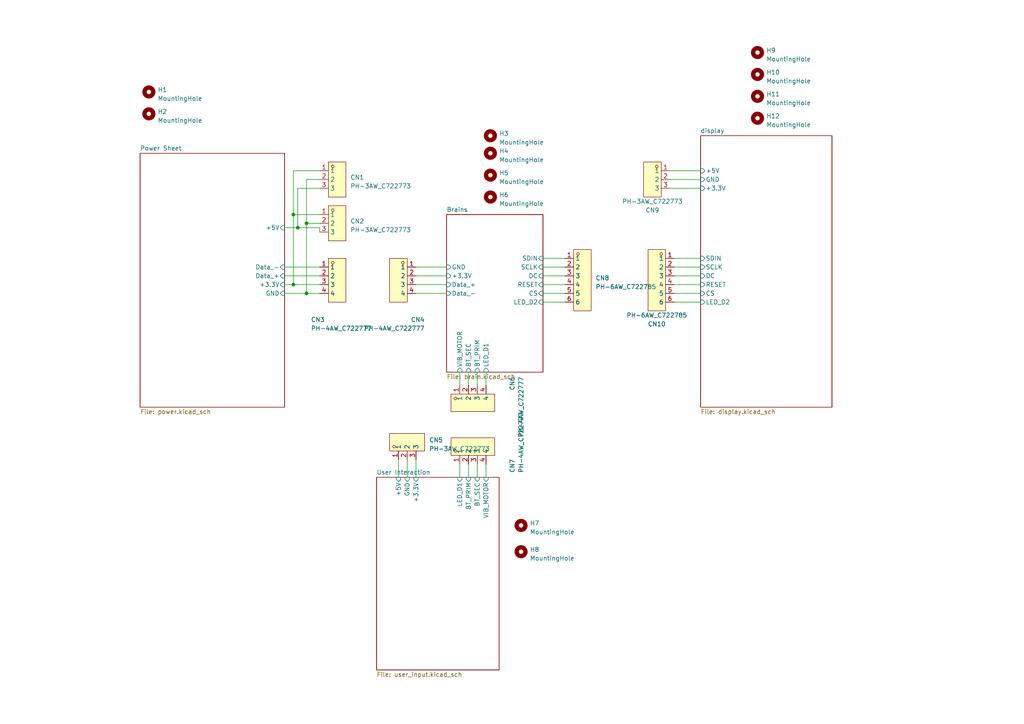
<source format=kicad_sch>
(kicad_sch (version 20230121) (generator eeschema)

  (uuid df0bc267-025e-4c4e-a09b-51ff87d0c1db)

  (paper "A4")

  (lib_symbols
    (symbol "Mechanical:MountingHole" (pin_names (offset 1.016)) (in_bom yes) (on_board yes)
      (property "Reference" "H" (at 0 5.08 0)
        (effects (font (size 1.27 1.27)))
      )
      (property "Value" "MountingHole" (at 0 3.175 0)
        (effects (font (size 1.27 1.27)))
      )
      (property "Footprint" "" (at 0 0 0)
        (effects (font (size 1.27 1.27)) hide)
      )
      (property "Datasheet" "~" (at 0 0 0)
        (effects (font (size 1.27 1.27)) hide)
      )
      (property "ki_keywords" "mounting hole" (at 0 0 0)
        (effects (font (size 1.27 1.27)) hide)
      )
      (property "ki_description" "Mounting Hole without connection" (at 0 0 0)
        (effects (font (size 1.27 1.27)) hide)
      )
      (property "ki_fp_filters" "MountingHole*" (at 0 0 0)
        (effects (font (size 1.27 1.27)) hide)
      )
      (symbol "MountingHole_0_1"
        (circle (center 0 0) (radius 1.27)
          (stroke (width 1.27) (type default))
          (fill (type none))
        )
      )
    )
    (symbol "global:PH-3AW_C722773" (in_bom yes) (on_board yes)
      (property "Reference" "CN" (at 0 7.62 0)
        (effects (font (size 1.27 1.27)))
      )
      (property "Value" "PH-3AW_C722773" (at 0 -7.62 0)
        (effects (font (size 1.27 1.27)))
      )
      (property "Footprint" "global:CONN-TH_PH-3AW" (at 0 -10.16 0)
        (effects (font (size 1.27 1.27)) hide)
      )
      (property "Datasheet" "https://lcsc.com/product-detail/Wire-To-Board-Wire-To-Wire-Connector_CAX-PH-3AW_C722773.html" (at 0 -12.7 0)
        (effects (font (size 1.27 1.27)) hide)
      )
      (property "LCSC Part" "C722773" (at 0 -15.24 0)
        (effects (font (size 1.27 1.27)) hide)
      )
      (symbol "PH-3AW_C722773_0_1"
        (rectangle (start -2.54 5.08) (end 2.54 -5.08)
          (stroke (width 0) (type default))
          (fill (type background))
        )
        (circle (center -1.27 3.81) (radius 0.38)
          (stroke (width 0) (type default))
          (fill (type none))
        )
        (pin unspecified line (at -5.08 2.54 0) (length 2.54)
          (name "1" (effects (font (size 1.27 1.27))))
          (number "1" (effects (font (size 1.27 1.27))))
        )
        (pin unspecified line (at -5.08 0 0) (length 2.54)
          (name "2" (effects (font (size 1.27 1.27))))
          (number "2" (effects (font (size 1.27 1.27))))
        )
        (pin unspecified line (at -5.08 -2.54 0) (length 2.54)
          (name "3" (effects (font (size 1.27 1.27))))
          (number "3" (effects (font (size 1.27 1.27))))
        )
      )
    )
    (symbol "global:PH-4AW_C722777" (in_bom yes) (on_board yes)
      (property "Reference" "CN" (at 0 8.89 0)
        (effects (font (size 1.27 1.27)))
      )
      (property "Value" "PH-4AW_C722777" (at 0 -8.89 0)
        (effects (font (size 1.27 1.27)))
      )
      (property "Footprint" "global:CONN-TH_PH-4AW_C722777" (at 0 -11.43 0)
        (effects (font (size 1.27 1.27)) hide)
      )
      (property "Datasheet" "https://lcsc.com/product-detail/Wire-To-Board-Wire-To-Wire-Connector_CAX-PH-4AW_C722777.html" (at 0 -13.97 0)
        (effects (font (size 1.27 1.27)) hide)
      )
      (property "LCSC Part" "C722777" (at 0 -16.51 0)
        (effects (font (size 1.27 1.27)) hide)
      )
      (symbol "PH-4AW_C722777_0_1"
        (rectangle (start -2.54 6.35) (end 2.54 -6.35)
          (stroke (width 0) (type default))
          (fill (type background))
        )
        (circle (center -1.27 5.08) (radius 0.38)
          (stroke (width 0) (type default))
          (fill (type none))
        )
        (pin unspecified line (at -5.08 3.81 0) (length 2.54)
          (name "1" (effects (font (size 1.27 1.27))))
          (number "1" (effects (font (size 1.27 1.27))))
        )
        (pin unspecified line (at -5.08 1.27 0) (length 2.54)
          (name "2" (effects (font (size 1.27 1.27))))
          (number "2" (effects (font (size 1.27 1.27))))
        )
        (pin unspecified line (at -5.08 -1.27 0) (length 2.54)
          (name "3" (effects (font (size 1.27 1.27))))
          (number "3" (effects (font (size 1.27 1.27))))
        )
        (pin unspecified line (at -5.08 -3.81 0) (length 2.54)
          (name "4" (effects (font (size 1.27 1.27))))
          (number "4" (effects (font (size 1.27 1.27))))
        )
      )
    )
    (symbol "global:PH-6AW_C722785" (in_bom yes) (on_board yes)
      (property "Reference" "CN" (at 0 11.43 0)
        (effects (font (size 1.27 1.27)))
      )
      (property "Value" "PH-6AW_C722785" (at 0 -11.43 0)
        (effects (font (size 1.27 1.27)))
      )
      (property "Footprint" "global:CONN-TH_PH-6AW" (at 0 -13.97 0)
        (effects (font (size 1.27 1.27)) hide)
      )
      (property "Datasheet" "https://lcsc.com/product-detail/Wire-To-Board-Wire-To-Wire-Connector_CAX-PH-6AW_C722785.html" (at 0 -16.51 0)
        (effects (font (size 1.27 1.27)) hide)
      )
      (property "LCSC Part" "C722785" (at 0 -19.05 0)
        (effects (font (size 1.27 1.27)) hide)
      )
      (symbol "PH-6AW_C722785_0_1"
        (rectangle (start -2.54 8.89) (end 2.54 -8.89)
          (stroke (width 0) (type default))
          (fill (type background))
        )
        (circle (center -1.27 7.62) (radius 0.38)
          (stroke (width 0) (type default))
          (fill (type none))
        )
        (pin unspecified line (at -5.08 6.35 0) (length 2.54)
          (name "1" (effects (font (size 1.27 1.27))))
          (number "1" (effects (font (size 1.27 1.27))))
        )
        (pin unspecified line (at -5.08 3.81 0) (length 2.54)
          (name "2" (effects (font (size 1.27 1.27))))
          (number "2" (effects (font (size 1.27 1.27))))
        )
        (pin unspecified line (at -5.08 1.27 0) (length 2.54)
          (name "3" (effects (font (size 1.27 1.27))))
          (number "3" (effects (font (size 1.27 1.27))))
        )
        (pin unspecified line (at -5.08 -1.27 0) (length 2.54)
          (name "4" (effects (font (size 1.27 1.27))))
          (number "4" (effects (font (size 1.27 1.27))))
        )
        (pin unspecified line (at -5.08 -3.81 0) (length 2.54)
          (name "5" (effects (font (size 1.27 1.27))))
          (number "5" (effects (font (size 1.27 1.27))))
        )
        (pin unspecified line (at -5.08 -6.35 0) (length 2.54)
          (name "6" (effects (font (size 1.27 1.27))))
          (number "6" (effects (font (size 1.27 1.27))))
        )
      )
    )
  )

  (junction (at 88.9 85.09) (diameter 0) (color 0 0 0 0)
    (uuid 2d974138-98fb-4029-9cf7-9c4b3ccde168)
  )
  (junction (at 88.9 64.77) (diameter 0) (color 0 0 0 0)
    (uuid 694fa90a-82b5-49db-90b5-c655d8e55a43)
  )
  (junction (at 85.09 82.55) (diameter 0) (color 0 0 0 0)
    (uuid 8f404075-8e24-4f47-99ec-960e3751c9c5)
  )
  (junction (at 86.36 66.04) (diameter 0) (color 0 0 0 0)
    (uuid 9f722823-51e3-4027-b408-b54fa128f2d1)
  )
  (junction (at 85.09 62.23) (diameter 0) (color 0 0 0 0)
    (uuid ea739690-548e-4e6b-9699-a5a85ece1292)
  )

  (wire (pts (xy 195.58 82.55) (xy 203.2 82.55))
    (stroke (width 0) (type default))
    (uuid 022884b8-973b-442a-81f8-182c2f1afde1)
  )
  (wire (pts (xy 120.65 133.35) (xy 120.65 138.43))
    (stroke (width 0) (type default))
    (uuid 0b5d6cf5-1311-4c06-81d1-8588f6215a12)
  )
  (wire (pts (xy 82.55 82.55) (xy 85.09 82.55))
    (stroke (width 0) (type default))
    (uuid 1314bd8a-83b2-46cd-a3b1-587732a000e5)
  )
  (wire (pts (xy 88.9 64.77) (xy 92.71 64.77))
    (stroke (width 0) (type default))
    (uuid 138f4183-d5bf-40ec-8937-6ba92111a8c0)
  )
  (wire (pts (xy 88.9 64.77) (xy 88.9 52.07))
    (stroke (width 0) (type default))
    (uuid 1537e1dc-f093-440d-ac90-ea018e7ba69c)
  )
  (wire (pts (xy 85.09 62.23) (xy 92.71 62.23))
    (stroke (width 0) (type default))
    (uuid 2be5a955-ba71-48c6-8340-c24fa21758a4)
  )
  (wire (pts (xy 138.43 134.62) (xy 138.43 138.43))
    (stroke (width 0) (type default))
    (uuid 32ba96ea-a845-43c0-9a89-69eb7b6a476e)
  )
  (wire (pts (xy 118.11 133.35) (xy 118.11 138.43))
    (stroke (width 0) (type default))
    (uuid 387d2922-1661-4ba5-947f-3a2efbbedb57)
  )
  (wire (pts (xy 157.48 74.93) (xy 163.83 74.93))
    (stroke (width 0) (type default))
    (uuid 3d9a8376-e5dd-44da-a4e5-b6ed5e63d35e)
  )
  (wire (pts (xy 82.55 80.01) (xy 92.71 80.01))
    (stroke (width 0) (type default))
    (uuid 48263b9b-fd51-4705-a1b3-98467c2be4be)
  )
  (wire (pts (xy 133.35 107.95) (xy 133.35 111.76))
    (stroke (width 0) (type default))
    (uuid 52445024-f744-4e8a-b745-448fd5393a03)
  )
  (wire (pts (xy 85.09 49.53) (xy 92.71 49.53))
    (stroke (width 0) (type default))
    (uuid 54b23b51-ccc3-4601-9c9c-95e6ba72cc37)
  )
  (wire (pts (xy 88.9 64.77) (xy 88.9 85.09))
    (stroke (width 0) (type default))
    (uuid 5528294b-d496-4c60-ace8-dc3953f4630c)
  )
  (wire (pts (xy 135.89 107.95) (xy 135.89 111.76))
    (stroke (width 0) (type default))
    (uuid 56907fd2-404b-48af-b4e9-e28d88a52e09)
  )
  (wire (pts (xy 157.48 87.63) (xy 163.83 87.63))
    (stroke (width 0) (type default))
    (uuid 5b7aa62d-d8a2-495a-b88d-b24c92e7a0c5)
  )
  (wire (pts (xy 82.55 66.04) (xy 86.36 66.04))
    (stroke (width 0) (type default))
    (uuid 5b9a375a-15af-4546-8d8a-56aaea19c3ba)
  )
  (wire (pts (xy 92.71 66.04) (xy 92.71 67.31))
    (stroke (width 0) (type default))
    (uuid 60fe0c62-c766-48d4-8228-1c5bcb893be3)
  )
  (wire (pts (xy 195.58 74.93) (xy 203.2 74.93))
    (stroke (width 0) (type default))
    (uuid 68f39e71-5c82-453a-9727-5fb81cee929a)
  )
  (wire (pts (xy 157.48 77.47) (xy 163.83 77.47))
    (stroke (width 0) (type default))
    (uuid 696e7086-e0b0-4ed7-ba06-1217d431fbe5)
  )
  (wire (pts (xy 133.35 134.62) (xy 133.35 138.43))
    (stroke (width 0) (type default))
    (uuid 6c440c80-f77e-45ff-a679-98dd750e9ca6)
  )
  (wire (pts (xy 120.65 77.47) (xy 129.54 77.47))
    (stroke (width 0) (type default))
    (uuid 6d2f7c0f-542d-4f7a-b77e-d4780457615e)
  )
  (wire (pts (xy 120.65 82.55) (xy 129.54 82.55))
    (stroke (width 0) (type default))
    (uuid 72591673-41ab-49a5-a530-2d10d980d4b0)
  )
  (wire (pts (xy 135.89 134.62) (xy 135.89 138.43))
    (stroke (width 0) (type default))
    (uuid 76d1ad03-e67c-438f-aea4-250a99a6f573)
  )
  (wire (pts (xy 120.65 80.01) (xy 129.54 80.01))
    (stroke (width 0) (type default))
    (uuid 78aca08b-76bd-492b-b9ec-4371b0993e9d)
  )
  (wire (pts (xy 85.09 82.55) (xy 85.09 62.23))
    (stroke (width 0) (type default))
    (uuid 7f76bdcb-0255-4067-b39e-7475343e28c7)
  )
  (wire (pts (xy 82.55 85.09) (xy 88.9 85.09))
    (stroke (width 0) (type default))
    (uuid 8038f775-42a2-49a2-9be1-513d80043dd3)
  )
  (wire (pts (xy 194.31 52.07) (xy 203.2 52.07))
    (stroke (width 0) (type default))
    (uuid 8532af7f-3d1b-4eeb-b734-0121a5be4e14)
  )
  (wire (pts (xy 88.9 85.09) (xy 92.71 85.09))
    (stroke (width 0) (type default))
    (uuid 89a862cf-3aaa-4c4c-97e3-a35b09729a90)
  )
  (wire (pts (xy 138.43 107.95) (xy 138.43 111.76))
    (stroke (width 0) (type default))
    (uuid 8b9c6206-6f2b-452d-bb45-4d53bc84006a)
  )
  (wire (pts (xy 86.36 54.61) (xy 92.71 54.61))
    (stroke (width 0) (type default))
    (uuid 8ed79a6d-8951-4a07-b119-aed27dc921bb)
  )
  (wire (pts (xy 140.97 134.62) (xy 140.97 138.43))
    (stroke (width 0) (type default))
    (uuid 90120131-e28e-4cb2-bc27-1d26a8ba2ac5)
  )
  (wire (pts (xy 195.58 77.47) (xy 203.2 77.47))
    (stroke (width 0) (type default))
    (uuid 94b1c882-ce24-4d2b-a3f5-21dee1ec734e)
  )
  (wire (pts (xy 86.36 66.04) (xy 86.36 54.61))
    (stroke (width 0) (type default))
    (uuid 9b96d724-1490-4016-a770-e57eae4421dd)
  )
  (wire (pts (xy 88.9 52.07) (xy 92.71 52.07))
    (stroke (width 0) (type default))
    (uuid a5ce8c22-3542-423b-9701-b1a4b3265f5f)
  )
  (wire (pts (xy 115.57 133.35) (xy 115.57 138.43))
    (stroke (width 0) (type default))
    (uuid c3e18d66-7cbf-414c-bc2a-aaaa304b1b5e)
  )
  (wire (pts (xy 157.48 80.01) (xy 163.83 80.01))
    (stroke (width 0) (type default))
    (uuid c4fe2c1b-9712-4bcf-81fb-f67367f5f4a2)
  )
  (wire (pts (xy 157.48 85.09) (xy 163.83 85.09))
    (stroke (width 0) (type default))
    (uuid c7dc8986-ddab-4f58-951f-cd5247b1e385)
  )
  (wire (pts (xy 195.58 87.63) (xy 203.2 87.63))
    (stroke (width 0) (type default))
    (uuid ccdddeae-cc7c-4010-8a04-0e54d0c7ffb9)
  )
  (wire (pts (xy 194.31 49.53) (xy 203.2 49.53))
    (stroke (width 0) (type default))
    (uuid ce6fa21c-521c-4b50-aee7-d7c00d82c1de)
  )
  (wire (pts (xy 195.58 80.01) (xy 203.2 80.01))
    (stroke (width 0) (type default))
    (uuid d4d3cc0f-17cf-4eff-9e40-6d4987cbcdab)
  )
  (wire (pts (xy 86.36 66.04) (xy 92.71 66.04))
    (stroke (width 0) (type default))
    (uuid d715fc26-13ac-4c83-af26-688a94dc6351)
  )
  (wire (pts (xy 157.48 82.55) (xy 163.83 82.55))
    (stroke (width 0) (type default))
    (uuid d8ad96b8-e630-41b7-aae7-aab2a3a79eb5)
  )
  (wire (pts (xy 194.31 54.61) (xy 203.2 54.61))
    (stroke (width 0) (type default))
    (uuid d9277107-1fca-4a06-88ff-a1c46346e539)
  )
  (wire (pts (xy 120.65 85.09) (xy 129.54 85.09))
    (stroke (width 0) (type default))
    (uuid db4a9e17-d32b-437c-9acb-60a465fbb8a1)
  )
  (wire (pts (xy 85.09 82.55) (xy 92.71 82.55))
    (stroke (width 0) (type default))
    (uuid de412632-7539-46cb-80ce-347998dc40bf)
  )
  (wire (pts (xy 140.97 107.95) (xy 140.97 111.76))
    (stroke (width 0) (type default))
    (uuid e03df7ee-3133-455f-8841-4bd2fcbc16df)
  )
  (wire (pts (xy 195.58 85.09) (xy 203.2 85.09))
    (stroke (width 0) (type default))
    (uuid ecb44592-13db-442c-9c21-6a9c708a12fc)
  )
  (wire (pts (xy 85.09 62.23) (xy 85.09 49.53))
    (stroke (width 0) (type default))
    (uuid f77e497f-94f5-44f4-a817-9cdad5e5d21a)
  )
  (wire (pts (xy 82.55 77.47) (xy 92.71 77.47))
    (stroke (width 0) (type default))
    (uuid fdc7d620-ef31-44d2-ba3a-f4b2d502ac69)
  )

  (symbol (lib_id "global:PH-3AW_C722773") (at 189.23 52.07 0) (mirror y) (unit 1)
    (in_bom yes) (on_board yes) (dnp no)
    (uuid 1635531a-c2a1-4bf6-b22e-3c8533ea6247)
    (property "Reference" "CN9" (at 189.23 60.96 0)
      (effects (font (size 1.27 1.27)))
    )
    (property "Value" "PH-3AW_C722773" (at 189.23 58.42 0)
      (effects (font (size 1.27 1.27)))
    )
    (property "Footprint" "global:CONN-TH_PH-3AW" (at 189.23 62.23 0)
      (effects (font (size 1.27 1.27)) hide)
    )
    (property "Datasheet" "https://lcsc.com/product-detail/Wire-To-Board-Wire-To-Wire-Connector_CAX-PH-3AW_C722773.html" (at 189.23 64.77 0)
      (effects (font (size 1.27 1.27)) hide)
    )
    (property "LCSC Part" "C722773" (at 189.23 67.31 0)
      (effects (font (size 1.27 1.27)) hide)
    )
    (pin "1" (uuid c297f316-fe76-4fb0-85e3-e7fb528844ab))
    (pin "2" (uuid 55a7a670-aeeb-46d9-932c-05e17cc0a06c))
    (pin "3" (uuid 2730603d-fec9-44d6-a5cd-c1d136c8e9e0))
    (instances
      (project "PDN"
        (path "/df0bc267-025e-4c4e-a09b-51ff87d0c1db"
          (reference "CN9") (unit 1)
        )
      )
    )
  )

  (symbol (lib_id "Mechanical:MountingHole") (at 43.18 26.67 0) (unit 1)
    (in_bom yes) (on_board yes) (dnp no) (fields_autoplaced)
    (uuid 191377fa-f371-4bfc-9f87-ba285a389def)
    (property "Reference" "H1" (at 45.72 26.035 0)
      (effects (font (size 1.27 1.27)) (justify left))
    )
    (property "Value" "MountingHole" (at 45.72 28.575 0)
      (effects (font (size 1.27 1.27)) (justify left))
    )
    (property "Footprint" "MountingHole:MountingHole_2.2mm_M2_Pad_TopBottom" (at 43.18 26.67 0)
      (effects (font (size 1.27 1.27)) hide)
    )
    (property "Datasheet" "~" (at 43.18 26.67 0)
      (effects (font (size 1.27 1.27)) hide)
    )
    (instances
      (project "PDN"
        (path "/df0bc267-025e-4c4e-a09b-51ff87d0c1db"
          (reference "H1") (unit 1)
        )
      )
    )
  )

  (symbol (lib_id "global:PH-3AW_C722773") (at 97.79 52.07 0) (unit 1)
    (in_bom yes) (on_board yes) (dnp no) (fields_autoplaced)
    (uuid 1a903336-3b55-48e4-b5fc-6bd53233a8d2)
    (property "Reference" "CN1" (at 101.6 51.435 0)
      (effects (font (size 1.27 1.27)) (justify left))
    )
    (property "Value" "PH-3AW_C722773" (at 101.6 53.975 0)
      (effects (font (size 1.27 1.27)) (justify left))
    )
    (property "Footprint" "global:CONN-TH_PH-3AW" (at 97.79 62.23 0)
      (effects (font (size 1.27 1.27)) hide)
    )
    (property "Datasheet" "https://lcsc.com/product-detail/Wire-To-Board-Wire-To-Wire-Connector_CAX-PH-3AW_C722773.html" (at 97.79 64.77 0)
      (effects (font (size 1.27 1.27)) hide)
    )
    (property "LCSC Part" "C722773" (at 97.79 67.31 0)
      (effects (font (size 1.27 1.27)) hide)
    )
    (pin "1" (uuid 044f3ed1-d96c-4e63-8785-7e87a91260ba))
    (pin "2" (uuid 2e9a19e7-cc2e-4620-b1b6-f0576df0c6a2))
    (pin "3" (uuid 633d6c4b-5f44-4908-9ea2-def5a534094c))
    (instances
      (project "PDN"
        (path "/df0bc267-025e-4c4e-a09b-51ff87d0c1db"
          (reference "CN1") (unit 1)
        )
      )
    )
  )

  (symbol (lib_id "Mechanical:MountingHole") (at 219.71 21.59 0) (unit 1)
    (in_bom yes) (on_board yes) (dnp no) (fields_autoplaced)
    (uuid 247f9286-0982-4745-b2a9-1bb7f4653653)
    (property "Reference" "H10" (at 222.25 20.955 0)
      (effects (font (size 1.27 1.27)) (justify left))
    )
    (property "Value" "MountingHole" (at 222.25 23.495 0)
      (effects (font (size 1.27 1.27)) (justify left))
    )
    (property "Footprint" "MountingHole:MountingHole_2.2mm_M2_Pad_TopBottom" (at 219.71 21.59 0)
      (effects (font (size 1.27 1.27)) hide)
    )
    (property "Datasheet" "~" (at 219.71 21.59 0)
      (effects (font (size 1.27 1.27)) hide)
    )
    (instances
      (project "PDN"
        (path "/df0bc267-025e-4c4e-a09b-51ff87d0c1db"
          (reference "H10") (unit 1)
        )
      )
    )
  )

  (symbol (lib_id "global:PH-4AW_C722777") (at 115.57 81.28 0) (mirror y) (unit 1)
    (in_bom yes) (on_board yes) (dnp no)
    (uuid 3656c151-5c3e-46de-b91e-d0cbdc674a77)
    (property "Reference" "CN4" (at 123.19 92.71 0)
      (effects (font (size 1.27 1.27)) (justify left))
    )
    (property "Value" "PH-4AW_C722777" (at 123.19 95.25 0)
      (effects (font (size 1.27 1.27)) (justify left))
    )
    (property "Footprint" "global:CONN-TH_PH-4AW_C722777" (at 115.57 92.71 0)
      (effects (font (size 1.27 1.27)) hide)
    )
    (property "Datasheet" "https://lcsc.com/product-detail/Wire-To-Board-Wire-To-Wire-Connector_CAX-PH-4AW_C722777.html" (at 115.57 95.25 0)
      (effects (font (size 1.27 1.27)) hide)
    )
    (property "LCSC Part" "C722777" (at 115.57 97.79 0)
      (effects (font (size 1.27 1.27)) hide)
    )
    (pin "1" (uuid d4ac7f75-7043-480d-9f2c-7a0425e4a85a))
    (pin "2" (uuid 0677ac1d-fcd9-40d6-a447-7c5a6370cdbf))
    (pin "3" (uuid dca566df-c9d5-4d75-be84-4788f95e8334))
    (pin "4" (uuid 4be4cbfe-4ca0-4248-9284-d328c523c516))
    (instances
      (project "PDN"
        (path "/df0bc267-025e-4c4e-a09b-51ff87d0c1db"
          (reference "CN4") (unit 1)
        )
      )
    )
  )

  (symbol (lib_id "Mechanical:MountingHole") (at 151.13 152.4 0) (unit 1)
    (in_bom yes) (on_board yes) (dnp no) (fields_autoplaced)
    (uuid 3b32b429-b5d4-42ab-b50c-60198c75d203)
    (property "Reference" "H7" (at 153.67 151.765 0)
      (effects (font (size 1.27 1.27)) (justify left))
    )
    (property "Value" "MountingHole" (at 153.67 154.305 0)
      (effects (font (size 1.27 1.27)) (justify left))
    )
    (property "Footprint" "MountingHole:MountingHole_2.2mm_M2_Pad_TopBottom" (at 151.13 152.4 0)
      (effects (font (size 1.27 1.27)) hide)
    )
    (property "Datasheet" "~" (at 151.13 152.4 0)
      (effects (font (size 1.27 1.27)) hide)
    )
    (instances
      (project "PDN"
        (path "/df0bc267-025e-4c4e-a09b-51ff87d0c1db"
          (reference "H7") (unit 1)
        )
      )
    )
  )

  (symbol (lib_id "Mechanical:MountingHole") (at 151.13 160.02 0) (unit 1)
    (in_bom yes) (on_board yes) (dnp no) (fields_autoplaced)
    (uuid 3f7edcfc-00cc-4359-9e5a-4d791986eb60)
    (property "Reference" "H8" (at 153.67 159.385 0)
      (effects (font (size 1.27 1.27)) (justify left))
    )
    (property "Value" "MountingHole" (at 153.67 161.925 0)
      (effects (font (size 1.27 1.27)) (justify left))
    )
    (property "Footprint" "MountingHole:MountingHole_2.2mm_M2_Pad_TopBottom" (at 151.13 160.02 0)
      (effects (font (size 1.27 1.27)) hide)
    )
    (property "Datasheet" "~" (at 151.13 160.02 0)
      (effects (font (size 1.27 1.27)) hide)
    )
    (instances
      (project "PDN"
        (path "/df0bc267-025e-4c4e-a09b-51ff87d0c1db"
          (reference "H8") (unit 1)
        )
      )
    )
  )

  (symbol (lib_id "Mechanical:MountingHole") (at 219.71 34.29 0) (unit 1)
    (in_bom yes) (on_board yes) (dnp no) (fields_autoplaced)
    (uuid 528111e7-abd3-40ce-ac84-ae6e787f9ec4)
    (property "Reference" "H12" (at 222.25 33.655 0)
      (effects (font (size 1.27 1.27)) (justify left))
    )
    (property "Value" "MountingHole" (at 222.25 36.195 0)
      (effects (font (size 1.27 1.27)) (justify left))
    )
    (property "Footprint" "MountingHole:MountingHole_2.2mm_M2_Pad_TopBottom" (at 219.71 34.29 0)
      (effects (font (size 1.27 1.27)) hide)
    )
    (property "Datasheet" "~" (at 219.71 34.29 0)
      (effects (font (size 1.27 1.27)) hide)
    )
    (instances
      (project "PDN"
        (path "/df0bc267-025e-4c4e-a09b-51ff87d0c1db"
          (reference "H12") (unit 1)
        )
      )
    )
  )

  (symbol (lib_id "global:PH-3AW_C722773") (at 97.79 64.77 0) (unit 1)
    (in_bom yes) (on_board yes) (dnp no) (fields_autoplaced)
    (uuid 6905b6cd-689f-4dac-a42a-0bd0a5f1759b)
    (property "Reference" "CN2" (at 101.6 64.135 0)
      (effects (font (size 1.27 1.27)) (justify left))
    )
    (property "Value" "PH-3AW_C722773" (at 101.6 66.675 0)
      (effects (font (size 1.27 1.27)) (justify left))
    )
    (property "Footprint" "global:CONN-TH_PH-3AW" (at 97.79 74.93 0)
      (effects (font (size 1.27 1.27)) hide)
    )
    (property "Datasheet" "https://lcsc.com/product-detail/Wire-To-Board-Wire-To-Wire-Connector_CAX-PH-3AW_C722773.html" (at 97.79 77.47 0)
      (effects (font (size 1.27 1.27)) hide)
    )
    (property "LCSC Part" "C722773" (at 97.79 80.01 0)
      (effects (font (size 1.27 1.27)) hide)
    )
    (pin "1" (uuid 098e3f50-2232-4ce0-9b6d-875a621c45af))
    (pin "2" (uuid fc18f242-9cb9-4113-8532-e98683d8bccb))
    (pin "3" (uuid 3dd8829a-a4e2-4a72-8466-459cf52aea70))
    (instances
      (project "PDN"
        (path "/df0bc267-025e-4c4e-a09b-51ff87d0c1db"
          (reference "CN2") (unit 1)
        )
      )
    )
  )

  (symbol (lib_id "global:PH-4AW_C722777") (at 97.79 81.28 0) (unit 1)
    (in_bom yes) (on_board yes) (dnp no)
    (uuid 7610adf3-7ba6-49c5-9596-5b99fe784aa8)
    (property "Reference" "CN3" (at 90.17 92.71 0)
      (effects (font (size 1.27 1.27)) (justify left))
    )
    (property "Value" "PH-4AW_C722777" (at 90.17 95.25 0)
      (effects (font (size 1.27 1.27)) (justify left))
    )
    (property "Footprint" "global:CONN-TH_PH-4AW_C722777" (at 97.79 92.71 0)
      (effects (font (size 1.27 1.27)) hide)
    )
    (property "Datasheet" "https://lcsc.com/product-detail/Wire-To-Board-Wire-To-Wire-Connector_CAX-PH-4AW_C722777.html" (at 97.79 95.25 0)
      (effects (font (size 1.27 1.27)) hide)
    )
    (property "LCSC Part" "C722777" (at 97.79 97.79 0)
      (effects (font (size 1.27 1.27)) hide)
    )
    (pin "1" (uuid afd68d2c-a11c-4242-8fad-17ce14516860))
    (pin "2" (uuid d90ea04e-99b7-4469-8d40-512bcae0ae34))
    (pin "3" (uuid 81ba42a4-9b60-4f7c-bf41-6463aa47d036))
    (pin "4" (uuid 41d0c6b5-ab37-4dcf-826a-8a235ee87f5f))
    (instances
      (project "PDN"
        (path "/df0bc267-025e-4c4e-a09b-51ff87d0c1db"
          (reference "CN3") (unit 1)
        )
      )
    )
  )

  (symbol (lib_id "Mechanical:MountingHole") (at 219.71 27.94 0) (unit 1)
    (in_bom yes) (on_board yes) (dnp no) (fields_autoplaced)
    (uuid 7e4f551b-8a9b-47f4-beb0-3543b0c047dc)
    (property "Reference" "H11" (at 222.25 27.305 0)
      (effects (font (size 1.27 1.27)) (justify left))
    )
    (property "Value" "MountingHole" (at 222.25 29.845 0)
      (effects (font (size 1.27 1.27)) (justify left))
    )
    (property "Footprint" "MountingHole:MountingHole_2.2mm_M2_Pad_TopBottom" (at 219.71 27.94 0)
      (effects (font (size 1.27 1.27)) hide)
    )
    (property "Datasheet" "~" (at 219.71 27.94 0)
      (effects (font (size 1.27 1.27)) hide)
    )
    (instances
      (project "PDN"
        (path "/df0bc267-025e-4c4e-a09b-51ff87d0c1db"
          (reference "H11") (unit 1)
        )
      )
    )
  )

  (symbol (lib_id "Mechanical:MountingHole") (at 219.71 15.24 0) (unit 1)
    (in_bom yes) (on_board yes) (dnp no) (fields_autoplaced)
    (uuid 833848bf-dec4-4209-8c14-d3b05c917696)
    (property "Reference" "H9" (at 222.25 14.605 0)
      (effects (font (size 1.27 1.27)) (justify left))
    )
    (property "Value" "MountingHole" (at 222.25 17.145 0)
      (effects (font (size 1.27 1.27)) (justify left))
    )
    (property "Footprint" "MountingHole:MountingHole_2.2mm_M2_Pad_TopBottom" (at 219.71 15.24 0)
      (effects (font (size 1.27 1.27)) hide)
    )
    (property "Datasheet" "~" (at 219.71 15.24 0)
      (effects (font (size 1.27 1.27)) hide)
    )
    (instances
      (project "PDN"
        (path "/df0bc267-025e-4c4e-a09b-51ff87d0c1db"
          (reference "H9") (unit 1)
        )
      )
    )
  )

  (symbol (lib_id "global:PH-6AW_C722785") (at 190.5 81.28 0) (mirror y) (unit 1)
    (in_bom yes) (on_board yes) (dnp no)
    (uuid 8736d9ad-f09a-4aff-8580-a441cade3c7e)
    (property "Reference" "CN10" (at 190.5 93.98 0)
      (effects (font (size 1.27 1.27)))
    )
    (property "Value" "PH-6AW_C722785" (at 190.5 91.44 0)
      (effects (font (size 1.27 1.27)))
    )
    (property "Footprint" "global:CONN-TH_PH-6AW" (at 190.5 95.25 0)
      (effects (font (size 1.27 1.27)) hide)
    )
    (property "Datasheet" "https://lcsc.com/product-detail/Wire-To-Board-Wire-To-Wire-Connector_CAX-PH-6AW_C722785.html" (at 190.5 97.79 0)
      (effects (font (size 1.27 1.27)) hide)
    )
    (property "LCSC Part" "C722785" (at 190.5 100.33 0)
      (effects (font (size 1.27 1.27)) hide)
    )
    (pin "1" (uuid cb71c20b-3d68-4c80-b085-9b72e0bbbf74))
    (pin "2" (uuid 467d41df-ed06-4604-8a79-585402b1060e))
    (pin "3" (uuid 291090af-3be2-4443-b9ff-b4f84e92030b))
    (pin "4" (uuid 7312f8a7-c9f5-4aac-a155-83e6b3ef41fa))
    (pin "5" (uuid 31beeb7f-c638-4b30-bc38-74dd3c182489))
    (pin "6" (uuid a33d51b5-36a1-4614-8fcf-97cfce7b2ca9))
    (instances
      (project "PDN"
        (path "/df0bc267-025e-4c4e-a09b-51ff87d0c1db"
          (reference "CN10") (unit 1)
        )
      )
    )
  )

  (symbol (lib_id "Mechanical:MountingHole") (at 43.18 33.02 0) (unit 1)
    (in_bom yes) (on_board yes) (dnp no) (fields_autoplaced)
    (uuid 8fe81b24-7b3e-4ccb-8b0a-af1da9e1e487)
    (property "Reference" "H2" (at 45.72 32.385 0)
      (effects (font (size 1.27 1.27)) (justify left))
    )
    (property "Value" "MountingHole" (at 45.72 34.925 0)
      (effects (font (size 1.27 1.27)) (justify left))
    )
    (property "Footprint" "MountingHole:MountingHole_2.2mm_M2_Pad_TopBottom" (at 43.18 33.02 0)
      (effects (font (size 1.27 1.27)) hide)
    )
    (property "Datasheet" "~" (at 43.18 33.02 0)
      (effects (font (size 1.27 1.27)) hide)
    )
    (instances
      (project "PDN"
        (path "/df0bc267-025e-4c4e-a09b-51ff87d0c1db"
          (reference "H2") (unit 1)
        )
      )
    )
  )

  (symbol (lib_id "Mechanical:MountingHole") (at 142.24 50.8 0) (unit 1)
    (in_bom yes) (on_board yes) (dnp no) (fields_autoplaced)
    (uuid 90acb250-9d87-42db-bcf8-8e8a58dfb316)
    (property "Reference" "H5" (at 144.78 50.165 0)
      (effects (font (size 1.27 1.27)) (justify left))
    )
    (property "Value" "MountingHole" (at 144.78 52.705 0)
      (effects (font (size 1.27 1.27)) (justify left))
    )
    (property "Footprint" "MountingHole:MountingHole_2.2mm_M2_Pad_TopBottom" (at 142.24 50.8 0)
      (effects (font (size 1.27 1.27)) hide)
    )
    (property "Datasheet" "~" (at 142.24 50.8 0)
      (effects (font (size 1.27 1.27)) hide)
    )
    (instances
      (project "PDN"
        (path "/df0bc267-025e-4c4e-a09b-51ff87d0c1db"
          (reference "H5") (unit 1)
        )
      )
    )
  )

  (symbol (lib_id "Mechanical:MountingHole") (at 142.24 39.37 0) (unit 1)
    (in_bom yes) (on_board yes) (dnp no) (fields_autoplaced)
    (uuid 9e2084ad-6608-4836-b515-d613aa6eabff)
    (property "Reference" "H3" (at 144.78 38.735 0)
      (effects (font (size 1.27 1.27)) (justify left))
    )
    (property "Value" "MountingHole" (at 144.78 41.275 0)
      (effects (font (size 1.27 1.27)) (justify left))
    )
    (property "Footprint" "MountingHole:MountingHole_2.2mm_M2_Pad_TopBottom" (at 142.24 39.37 0)
      (effects (font (size 1.27 1.27)) hide)
    )
    (property "Datasheet" "~" (at 142.24 39.37 0)
      (effects (font (size 1.27 1.27)) hide)
    )
    (instances
      (project "PDN"
        (path "/df0bc267-025e-4c4e-a09b-51ff87d0c1db"
          (reference "H3") (unit 1)
        )
      )
    )
  )

  (symbol (lib_id "Mechanical:MountingHole") (at 142.24 57.15 0) (unit 1)
    (in_bom yes) (on_board yes) (dnp no) (fields_autoplaced)
    (uuid a732acc6-3975-483b-9910-e82f6f35aad6)
    (property "Reference" "H6" (at 144.78 56.515 0)
      (effects (font (size 1.27 1.27)) (justify left))
    )
    (property "Value" "MountingHole" (at 144.78 59.055 0)
      (effects (font (size 1.27 1.27)) (justify left))
    )
    (property "Footprint" "MountingHole:MountingHole_2.2mm_M2_Pad_TopBottom" (at 142.24 57.15 0)
      (effects (font (size 1.27 1.27)) hide)
    )
    (property "Datasheet" "~" (at 142.24 57.15 0)
      (effects (font (size 1.27 1.27)) hide)
    )
    (instances
      (project "PDN"
        (path "/df0bc267-025e-4c4e-a09b-51ff87d0c1db"
          (reference "H6") (unit 1)
        )
      )
    )
  )

  (symbol (lib_id "global:PH-4AW_C722777") (at 137.16 129.54 90) (unit 1)
    (in_bom yes) (on_board yes) (dnp no)
    (uuid aabf42c3-5ee0-4794-a2e5-e90896a47e99)
    (property "Reference" "CN7" (at 148.59 137.16 0)
      (effects (font (size 1.27 1.27)) (justify left))
    )
    (property "Value" "PH-4AW_C722777" (at 151.13 137.16 0)
      (effects (font (size 1.27 1.27)) (justify left))
    )
    (property "Footprint" "global:CONN-TH_PH-4AW_C722777" (at 148.59 129.54 0)
      (effects (font (size 1.27 1.27)) hide)
    )
    (property "Datasheet" "https://lcsc.com/product-detail/Wire-To-Board-Wire-To-Wire-Connector_CAX-PH-4AW_C722777.html" (at 151.13 129.54 0)
      (effects (font (size 1.27 1.27)) hide)
    )
    (property "LCSC Part" "C722777" (at 153.67 129.54 0)
      (effects (font (size 1.27 1.27)) hide)
    )
    (pin "1" (uuid 7dcf90a6-74e0-44d7-bafb-3fe074b3a674))
    (pin "2" (uuid 868e98c7-d791-4100-83e8-f3db02b2ef1a))
    (pin "3" (uuid 09999e18-f6bf-4e38-b7a6-76f2899cf761))
    (pin "4" (uuid a06129db-1009-4f51-9e40-9bb6f98438ce))
    (instances
      (project "PDN"
        (path "/df0bc267-025e-4c4e-a09b-51ff87d0c1db"
          (reference "CN7") (unit 1)
        )
      )
    )
  )

  (symbol (lib_id "global:PH-4AW_C722777") (at 137.16 116.84 90) (mirror x) (unit 1)
    (in_bom yes) (on_board yes) (dnp no)
    (uuid bfc81b3b-256f-4b29-bf2e-baf33100cf55)
    (property "Reference" "CN6" (at 148.59 109.22 0)
      (effects (font (size 1.27 1.27)) (justify left))
    )
    (property "Value" "PH-4AW_C722777" (at 151.13 109.22 0)
      (effects (font (size 1.27 1.27)) (justify left))
    )
    (property "Footprint" "global:CONN-TH_PH-4AW_C722777" (at 148.59 116.84 0)
      (effects (font (size 1.27 1.27)) hide)
    )
    (property "Datasheet" "https://lcsc.com/product-detail/Wire-To-Board-Wire-To-Wire-Connector_CAX-PH-4AW_C722777.html" (at 151.13 116.84 0)
      (effects (font (size 1.27 1.27)) hide)
    )
    (property "LCSC Part" "C722777" (at 153.67 116.84 0)
      (effects (font (size 1.27 1.27)) hide)
    )
    (pin "1" (uuid 2be6dd24-26a7-498a-b472-7c1188c9cc64))
    (pin "2" (uuid 9e0d39e0-ce39-4fca-976b-e3745c7b9cbd))
    (pin "3" (uuid 28a2d09d-bfc7-4003-aeb9-095def6558e7))
    (pin "4" (uuid fb95976a-c0d3-4ec5-b20e-55e3c6a2ee95))
    (instances
      (project "PDN"
        (path "/df0bc267-025e-4c4e-a09b-51ff87d0c1db"
          (reference "CN6") (unit 1)
        )
      )
    )
  )

  (symbol (lib_id "global:PH-6AW_C722785") (at 168.91 81.28 0) (unit 1)
    (in_bom yes) (on_board yes) (dnp no) (fields_autoplaced)
    (uuid c4c13853-a3a1-480a-a0a7-8de55a4ef80f)
    (property "Reference" "CN8" (at 172.72 80.645 0)
      (effects (font (size 1.27 1.27)) (justify left))
    )
    (property "Value" "PH-6AW_C722785" (at 172.72 83.185 0)
      (effects (font (size 1.27 1.27)) (justify left))
    )
    (property "Footprint" "global:CONN-TH_PH-6AW" (at 168.91 95.25 0)
      (effects (font (size 1.27 1.27)) hide)
    )
    (property "Datasheet" "https://lcsc.com/product-detail/Wire-To-Board-Wire-To-Wire-Connector_CAX-PH-6AW_C722785.html" (at 168.91 97.79 0)
      (effects (font (size 1.27 1.27)) hide)
    )
    (property "LCSC Part" "C722785" (at 168.91 100.33 0)
      (effects (font (size 1.27 1.27)) hide)
    )
    (pin "1" (uuid 7707337b-63c6-43f7-ae8b-880951da99c9))
    (pin "2" (uuid 8199fa47-ecac-44b9-b196-1d7975156cf8))
    (pin "3" (uuid 24bc1a09-e8bf-46d4-a400-0b9a1b98de52))
    (pin "4" (uuid 680119fc-2dbf-42fb-a809-8f683a6afbfb))
    (pin "5" (uuid d06510f7-1350-464d-ba18-88274038a6e9))
    (pin "6" (uuid 317d3891-dac3-4d54-a35e-b0faaac94b2a))
    (instances
      (project "PDN"
        (path "/df0bc267-025e-4c4e-a09b-51ff87d0c1db"
          (reference "CN8") (unit 1)
        )
      )
    )
  )

  (symbol (lib_id "Mechanical:MountingHole") (at 142.24 44.45 0) (unit 1)
    (in_bom yes) (on_board yes) (dnp no) (fields_autoplaced)
    (uuid c732c361-ab1c-4be0-9857-b11546f995fc)
    (property "Reference" "H4" (at 144.78 43.815 0)
      (effects (font (size 1.27 1.27)) (justify left))
    )
    (property "Value" "MountingHole" (at 144.78 46.355 0)
      (effects (font (size 1.27 1.27)) (justify left))
    )
    (property "Footprint" "MountingHole:MountingHole_2.2mm_M2_Pad_TopBottom" (at 142.24 44.45 0)
      (effects (font (size 1.27 1.27)) hide)
    )
    (property "Datasheet" "~" (at 142.24 44.45 0)
      (effects (font (size 1.27 1.27)) hide)
    )
    (instances
      (project "PDN"
        (path "/df0bc267-025e-4c4e-a09b-51ff87d0c1db"
          (reference "H4") (unit 1)
        )
      )
    )
  )

  (symbol (lib_id "global:PH-3AW_C722773") (at 118.11 128.27 90) (unit 1)
    (in_bom yes) (on_board yes) (dnp no) (fields_autoplaced)
    (uuid dde766e3-7908-4c77-b1ce-c6c7c7e0647a)
    (property "Reference" "CN5" (at 124.46 127.635 90)
      (effects (font (size 1.27 1.27)) (justify right))
    )
    (property "Value" "PH-3AW_C722773" (at 124.46 130.175 90)
      (effects (font (size 1.27 1.27)) (justify right))
    )
    (property "Footprint" "global:CONN-TH_PH-3AW" (at 128.27 128.27 0)
      (effects (font (size 1.27 1.27)) hide)
    )
    (property "Datasheet" "https://lcsc.com/product-detail/Wire-To-Board-Wire-To-Wire-Connector_CAX-PH-3AW_C722773.html" (at 130.81 128.27 0)
      (effects (font (size 1.27 1.27)) hide)
    )
    (property "LCSC Part" "C722773" (at 133.35 128.27 0)
      (effects (font (size 1.27 1.27)) hide)
    )
    (pin "1" (uuid ee3aacc2-5f3a-4f23-8efb-587d95974fa9))
    (pin "2" (uuid 0472cb95-543e-4a2c-9c5d-5720d51fff60))
    (pin "3" (uuid f6b11c4c-3d61-4d15-be7e-ea9c517c343c))
    (instances
      (project "PDN"
        (path "/df0bc267-025e-4c4e-a09b-51ff87d0c1db"
          (reference "CN5") (unit 1)
        )
      )
    )
  )

  (sheet (at 203.2 39.37) (size 38.1 78.74) (fields_autoplaced)
    (stroke (width 0.1524) (type solid))
    (fill (color 0 0 0 0.0000))
    (uuid 16f93ad3-f952-4425-80db-a90d2a5014ae)
    (property "Sheetname" "display" (at 203.2 38.6584 0)
      (effects (font (size 1.27 1.27)) (justify left bottom))
    )
    (property "Sheetfile" "display.kicad_sch" (at 203.2 118.6946 0)
      (effects (font (size 1.27 1.27)) (justify left top))
    )
    (property "Field2" "" (at 182.88 59.69 0)
      (effects (font (size 1.27 1.27)) hide)
    )
    (pin "RESET" input (at 203.2 82.55 180)
      (effects (font (size 1.27 1.27)) (justify left))
      (uuid cbfe65a9-0e80-4168-855b-834a756b4e4d)
    )
    (pin "DC" input (at 203.2 80.01 180)
      (effects (font (size 1.27 1.27)) (justify left))
      (uuid 25176dc9-c87e-47b2-b8a8-5b814a99f037)
    )
    (pin "CS" input (at 203.2 85.09 180)
      (effects (font (size 1.27 1.27)) (justify left))
      (uuid 2bf1b2b0-9ef7-4899-bfed-0ccb152a55af)
    )
    (pin "GND" input (at 203.2 52.07 180)
      (effects (font (size 1.27 1.27)) (justify left))
      (uuid 97a7765f-992e-45fa-b517-52bfa87aad47)
    )
    (pin "SCLK" input (at 203.2 77.47 180)
      (effects (font (size 1.27 1.27)) (justify left))
      (uuid c6fdadc6-e6f2-4265-b057-3d2f764eed6c)
    )
    (pin "SDIN" input (at 203.2 74.93 180)
      (effects (font (size 1.27 1.27)) (justify left))
      (uuid d862f83c-e005-4ae1-99ca-6851238d9727)
    )
    (pin "+5V" input (at 203.2 49.53 180)
      (effects (font (size 1.27 1.27)) (justify left))
      (uuid 98c9b95c-018d-416a-be81-cf5bce0f7414)
    )
    (pin "+3.3V" input (at 203.2 54.61 180)
      (effects (font (size 1.27 1.27)) (justify left))
      (uuid b191ac56-3d27-44c9-a9c0-220bb62dcf1c)
    )
    (pin "LED_D2" input (at 203.2 87.63 180)
      (effects (font (size 1.27 1.27)) (justify left))
      (uuid 0067f380-0cb0-4e79-b9c2-276ceb4b554c)
    )
    (instances
      (project "PDN"
        (path "/df0bc267-025e-4c4e-a09b-51ff87d0c1db" (page "3"))
      )
    )
  )

  (sheet (at 109.22 138.43) (size 35.56 55.88) (fields_autoplaced)
    (stroke (width 0.1524) (type solid))
    (fill (color 0 0 0 0.0000))
    (uuid 176b62b0-12ec-4a4a-9309-4e23e06b21ff)
    (property "Sheetname" "User Interaction" (at 109.22 137.7184 0)
      (effects (font (size 1.27 1.27)) (justify left bottom))
    )
    (property "Sheetfile" "user_input.kicad_sch" (at 109.22 194.8946 0)
      (effects (font (size 1.27 1.27)) (justify left top))
    )
    (property "Field2" "" (at 109.22 138.43 0)
      (effects (font (size 1.27 1.27)) hide)
    )
    (pin "GND" input (at 118.11 138.43 90)
      (effects (font (size 1.27 1.27)) (justify right))
      (uuid 92344278-ddfe-4a90-a551-5981f8e44c32)
    )
    (pin "BT_PRIM" input (at 135.89 138.43 90)
      (effects (font (size 1.27 1.27)) (justify right))
      (uuid 18227f23-baf4-4bec-876f-8c7cbfebad8d)
    )
    (pin "+3.3V" input (at 120.65 138.43 90)
      (effects (font (size 1.27 1.27)) (justify right))
      (uuid b9bee15d-bfbd-4fb6-9c87-2a6a76cb528d)
    )
    (pin "BT_SEC" input (at 138.43 138.43 90)
      (effects (font (size 1.27 1.27)) (justify right))
      (uuid 2488f8d0-9de3-45b9-8831-d79103643570)
    )
    (pin "VIB_MOTOR" input (at 140.97 138.43 90)
      (effects (font (size 1.27 1.27)) (justify right))
      (uuid 516cdbaf-fc3b-47da-aed7-7925938489de)
    )
    (pin "+5V" input (at 115.57 138.43 90)
      (effects (font (size 1.27 1.27)) (justify right))
      (uuid c7366315-339e-424f-b977-18f097c66280)
    )
    (pin "LED_D1" input (at 133.35 138.43 90)
      (effects (font (size 1.27 1.27)) (justify right))
      (uuid 6c28cd9f-5d43-428a-897b-66d966fd4ea6)
    )
    (instances
      (project "PDN"
        (path "/df0bc267-025e-4c4e-a09b-51ff87d0c1db" (page "5"))
      )
    )
  )

  (sheet (at 129.54 62.23) (size 27.94 45.72) (fields_autoplaced)
    (stroke (width 0.1524) (type solid))
    (fill (color 0 0 0 0.0000))
    (uuid 5528999e-e72f-4e39-b507-18d3b44f3b41)
    (property "Sheetname" "Brains" (at 129.54 61.5184 0)
      (effects (font (size 1.27 1.27)) (justify left bottom))
    )
    (property "Sheetfile" "brain.kicad_sch" (at 129.54 108.5346 0)
      (effects (font (size 1.27 1.27)) (justify left top))
    )
    (property "Field2" "" (at 129.54 62.23 0)
      (effects (font (size 1.27 1.27)) hide)
    )
    (pin "GND" input (at 129.54 77.47 180)
      (effects (font (size 1.27 1.27)) (justify left))
      (uuid 703dde37-94d5-405c-b31e-7a35e3eec236)
    )
    (pin "+3.3V" input (at 129.54 80.01 180)
      (effects (font (size 1.27 1.27)) (justify left))
      (uuid 30c342d7-b1a3-4d13-a99e-01e00156a70c)
    )
    (pin "CS" input (at 157.48 85.09 0)
      (effects (font (size 1.27 1.27)) (justify right))
      (uuid 7646905f-bd12-44fd-be89-bf82cc7d91a8)
    )
    (pin "RESET" input (at 157.48 82.55 0)
      (effects (font (size 1.27 1.27)) (justify right))
      (uuid a66327f6-32b8-4adb-a72f-e04bc139486c)
    )
    (pin "BT_SEC" input (at 135.89 107.95 270)
      (effects (font (size 1.27 1.27)) (justify left))
      (uuid 48831a72-c598-45a7-aab0-5411b5171176)
    )
    (pin "BT_PRIM" input (at 138.43 107.95 270)
      (effects (font (size 1.27 1.27)) (justify left))
      (uuid 103269a6-f34b-497e-84af-3f4f474a9c7f)
    )
    (pin "Data_-" input (at 129.54 85.09 180)
      (effects (font (size 1.27 1.27)) (justify left))
      (uuid b2e44c2d-5c20-43ec-98c3-8fb27c256d6b)
    )
    (pin "Data_+" input (at 129.54 82.55 180)
      (effects (font (size 1.27 1.27)) (justify left))
      (uuid 7fbf48ef-b707-49e8-a00c-1be810db07e0)
    )
    (pin "VIB_MOTOR" input (at 133.35 107.95 270)
      (effects (font (size 1.27 1.27)) (justify left))
      (uuid 7d5524dc-dfed-4a4b-8f15-fcee39036997)
    )
    (pin "SDIN" input (at 157.48 74.93 0)
      (effects (font (size 1.27 1.27)) (justify right))
      (uuid 14e55e3b-a4de-4ff6-889e-46ac7de14ffc)
    )
    (pin "DC" input (at 157.48 80.01 0)
      (effects (font (size 1.27 1.27)) (justify right))
      (uuid 2e7040ac-958b-4910-bfc7-c54d6f800ec2)
    )
    (pin "SCLK" input (at 157.48 77.47 0)
      (effects (font (size 1.27 1.27)) (justify right))
      (uuid 4ad86c88-958e-4485-a54a-748ad4006a65)
    )
    (pin "LED_D1" input (at 140.97 107.95 270)
      (effects (font (size 1.27 1.27)) (justify left))
      (uuid 11100936-3eb1-40a8-8d59-b7047fd2d45f)
    )
    (pin "LED_D2" input (at 157.48 87.63 0)
      (effects (font (size 1.27 1.27)) (justify right))
      (uuid c8012a5f-c90e-42e7-82b3-182961a9ca16)
    )
    (instances
      (project "PDN"
        (path "/df0bc267-025e-4c4e-a09b-51ff87d0c1db" (page "4"))
      )
    )
  )

  (sheet (at 40.64 44.45) (size 41.91 73.66) (fields_autoplaced)
    (stroke (width 0.1524) (type solid))
    (fill (color 0 0 0 0.0000))
    (uuid c306c3c8-b7c4-4bd2-bb28-1ed44c071e88)
    (property "Sheetname" "Power Sheet" (at 40.64 43.7384 0)
      (effects (font (size 1.27 1.27)) (justify left bottom))
    )
    (property "Sheetfile" "power.kicad_sch" (at 40.64 118.6946 0)
      (effects (font (size 1.27 1.27)) (justify left top))
    )
    (property "Field2" "" (at 40.64 44.45 0)
      (effects (font (size 1.27 1.27)) hide)
    )
    (pin "GND" input (at 82.55 85.09 0)
      (effects (font (size 1.27 1.27)) (justify right))
      (uuid 4456e2dd-1d38-4bab-a3d0-e346565ec7b0)
    )
    (pin "+5V" input (at 82.55 66.04 0)
      (effects (font (size 1.27 1.27)) (justify right))
      (uuid 193d8d5c-193e-4954-a832-6c1070d4851b)
    )
    (pin "+3.3V" input (at 82.55 82.55 0)
      (effects (font (size 1.27 1.27)) (justify right))
      (uuid fb605b0f-56e1-4e07-9fd3-ae0d3be0cd7e)
    )
    (pin "Data_+" input (at 82.55 80.01 0)
      (effects (font (size 1.27 1.27)) (justify right))
      (uuid 7763abb5-e424-43f7-a540-4859d500d1ef)
    )
    (pin "Data_-" input (at 82.55 77.47 0)
      (effects (font (size 1.27 1.27)) (justify right))
      (uuid 993395dd-5644-44b0-b309-b0daa9817000)
    )
    (instances
      (project "PDN"
        (path "/df0bc267-025e-4c4e-a09b-51ff87d0c1db" (page "2"))
      )
    )
  )

  (sheet_instances
    (path "/" (page "1"))
  )
)

</source>
